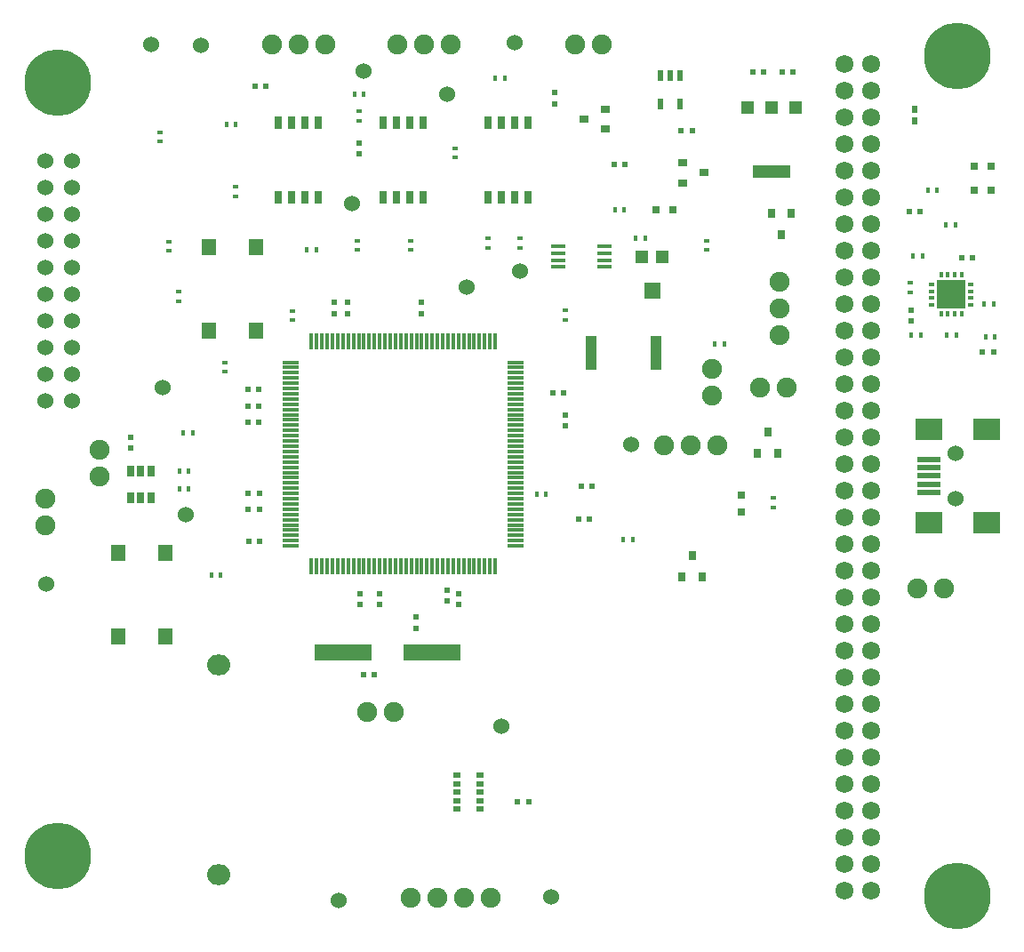
<source format=gbr>
G04 #@! TF.FileFunction,Soldermask,Top*
%FSLAX46Y46*%
G04 Gerber Fmt 4.6, Leading zero omitted, Abs format (unit mm)*
G04 Created by KiCad (PCBNEW 4.0.4-stable) date Sunday, July 30, 2017 'PMt' 05:50:18 PM*
%MOMM*%
%LPD*%
G01*
G04 APERTURE LIST*
%ADD10C,0.100000*%
%ADD11R,0.300000X1.550000*%
%ADD12R,1.550000X0.300000*%
%ADD13R,0.500000X0.600000*%
%ADD14R,0.600000X0.400000*%
%ADD15C,1.524000*%
%ADD16C,1.900000*%
%ADD17R,0.600000X1.050000*%
%ADD18C,6.350000*%
%ADD19R,1.200000X1.200000*%
%ADD20R,3.600000X1.200000*%
%ADD21R,0.800000X0.900000*%
%ADD22R,1.000000X3.200000*%
%ADD23R,1.450000X0.450000*%
%ADD24C,1.720000*%
%ADD25O,2.200000X1.950000*%
%ADD26R,0.800000X0.800000*%
%ADD27R,0.900000X0.800000*%
%ADD28R,1.400000X1.650000*%
%ADD29R,0.760000X1.200000*%
%ADD30R,0.800000X0.500000*%
%ADD31R,0.750000X1.000000*%
%ADD32R,5.500000X1.500000*%
%ADD33R,0.400000X0.600000*%
%ADD34R,0.600000X0.500000*%
%ADD35R,2.500000X2.000000*%
%ADD36R,2.300000X0.500000*%
%ADD37R,0.600000X0.800000*%
%ADD38R,1.600000X1.500000*%
%ADD39R,0.570000X0.320000*%
%ADD40R,0.320000X0.570000*%
%ADD41R,2.720000X2.720000*%
G04 APERTURE END LIST*
D10*
D11*
X129250000Y-73700000D03*
X129750000Y-73700000D03*
X130250000Y-73700000D03*
X130750000Y-73700000D03*
X131250000Y-73700000D03*
X131750000Y-73700000D03*
X132250000Y-73700000D03*
X132750000Y-73700000D03*
X133250000Y-73700000D03*
X133750000Y-73700000D03*
X134250000Y-73700000D03*
X134750000Y-73700000D03*
X135250000Y-73700000D03*
X135750000Y-73700000D03*
X136250000Y-73700000D03*
X136750000Y-73700000D03*
X137250000Y-73700000D03*
X137750000Y-73700000D03*
X138250000Y-73700000D03*
X138750000Y-73700000D03*
X139250000Y-73700000D03*
X139750000Y-73700000D03*
X140250000Y-73700000D03*
X140750000Y-73700000D03*
X141250000Y-73700000D03*
X141750000Y-73700000D03*
X142250000Y-73700000D03*
X142750000Y-73700000D03*
X143250000Y-73700000D03*
X143750000Y-73700000D03*
X144250000Y-73700000D03*
X144750000Y-73700000D03*
X145250000Y-73700000D03*
X145750000Y-73700000D03*
X146250000Y-73700000D03*
X146750000Y-73700000D03*
D12*
X148700000Y-71750000D03*
X148700000Y-71250000D03*
X148700000Y-70750000D03*
X148700000Y-70250000D03*
X148700000Y-69750000D03*
X148700000Y-69250000D03*
X148700000Y-68750000D03*
X148700000Y-68250000D03*
X148700000Y-67750000D03*
X148700000Y-67250000D03*
X148700000Y-66750000D03*
X148700000Y-66250000D03*
X148700000Y-65750000D03*
X148700000Y-65250000D03*
X148700000Y-64750000D03*
X148700000Y-64250000D03*
X148700000Y-63750000D03*
X148700000Y-63250000D03*
X148700000Y-62750000D03*
X148700000Y-62250000D03*
X148700000Y-61750000D03*
X148700000Y-61250000D03*
X148700000Y-60750000D03*
X148700000Y-60250000D03*
X148700000Y-59750000D03*
X148700000Y-59250000D03*
X148700000Y-58750000D03*
X148700000Y-58250000D03*
X148700000Y-57750000D03*
X148700000Y-57250000D03*
X148700000Y-56750000D03*
X148700000Y-56250000D03*
X148700000Y-55750000D03*
X148700000Y-55250000D03*
X148700000Y-54750000D03*
X148700000Y-54250000D03*
D11*
X146750000Y-52300000D03*
X146250000Y-52300000D03*
X145750000Y-52300000D03*
X145250000Y-52300000D03*
X144750000Y-52300000D03*
X144250000Y-52300000D03*
X143750000Y-52300000D03*
X143250000Y-52300000D03*
X142750000Y-52300000D03*
X142250000Y-52300000D03*
X141750000Y-52300000D03*
X141250000Y-52300000D03*
X140750000Y-52300000D03*
X140250000Y-52300000D03*
X139750000Y-52300000D03*
X139250000Y-52300000D03*
X138750000Y-52300000D03*
X138250000Y-52300000D03*
X137750000Y-52300000D03*
X137250000Y-52300000D03*
X136750000Y-52300000D03*
X136250000Y-52300000D03*
X135750000Y-52300000D03*
X135250000Y-52300000D03*
X134750000Y-52300000D03*
X134250000Y-52300000D03*
X133750000Y-52300000D03*
X133250000Y-52300000D03*
X132750000Y-52300000D03*
X132250000Y-52300000D03*
X131750000Y-52300000D03*
X131250000Y-52300000D03*
X130750000Y-52300000D03*
X130250000Y-52300000D03*
X129750000Y-52300000D03*
X129250000Y-52300000D03*
D12*
X127300000Y-54250000D03*
X127300000Y-54750000D03*
X127300000Y-55250000D03*
X127300000Y-55750000D03*
X127300000Y-56250000D03*
X127300000Y-56750000D03*
X127300000Y-57250000D03*
X127300000Y-57750000D03*
X127300000Y-58250000D03*
X127300000Y-58750000D03*
X127300000Y-59250000D03*
X127300000Y-59750000D03*
X127300000Y-60250000D03*
X127300000Y-60750000D03*
X127300000Y-61250000D03*
X127300000Y-61750000D03*
X127300000Y-62250000D03*
X127300000Y-62750000D03*
X127300000Y-63250000D03*
X127300000Y-63750000D03*
X127300000Y-64250000D03*
X127300000Y-64750000D03*
X127300000Y-65250000D03*
X127300000Y-65750000D03*
X127300000Y-66250000D03*
X127300000Y-66750000D03*
X127300000Y-67250000D03*
X127300000Y-67750000D03*
X127300000Y-68250000D03*
X127300000Y-68750000D03*
X127300000Y-69250000D03*
X127300000Y-69750000D03*
X127300000Y-70250000D03*
X127300000Y-70750000D03*
X127300000Y-71250000D03*
X127300000Y-71750000D03*
D13*
X152400000Y-28575000D03*
X152400000Y-29625000D03*
D14*
X114800000Y-33250000D03*
X114800000Y-32350000D03*
D15*
X144000000Y-47100000D03*
D16*
X154330000Y-24000000D03*
X156870000Y-24000000D03*
D17*
X164350000Y-26950000D03*
X163400000Y-26950000D03*
X162450000Y-26950000D03*
X164350000Y-29650000D03*
X162450000Y-29650000D03*
D18*
X105080000Y-27620000D03*
X190810000Y-25080000D03*
X105080000Y-101280000D03*
X190810000Y-105090000D03*
D19*
X173100000Y-29950000D03*
X175400000Y-29950000D03*
X170800000Y-29950000D03*
D20*
X173100000Y-36050000D03*
D16*
X173800000Y-51640000D03*
X173800000Y-49100000D03*
X173800000Y-46560000D03*
X167940000Y-62200000D03*
X165400000Y-62200000D03*
X162860000Y-62200000D03*
X171930000Y-56700000D03*
X174470000Y-56700000D03*
X167386000Y-57404000D03*
X167386000Y-54864000D03*
D21*
X172700000Y-60900000D03*
X171740000Y-62900000D03*
X173650000Y-62900000D03*
D22*
X162100000Y-53400000D03*
X155900000Y-53400000D03*
D23*
X157140000Y-44521000D03*
X157140000Y-45171000D03*
X157140000Y-43871000D03*
X157140000Y-43221000D03*
X152740000Y-45171000D03*
X152740000Y-44521000D03*
X152740000Y-43871000D03*
X152740000Y-43221000D03*
D24*
X179980000Y-25880000D03*
X179980000Y-28420000D03*
X179980000Y-30960000D03*
X179980000Y-33500000D03*
X179980000Y-36040000D03*
X179980000Y-38580000D03*
X179980000Y-41120000D03*
X179980000Y-43660000D03*
X179980000Y-46200000D03*
X179980000Y-48740000D03*
X179980000Y-51280000D03*
X179980000Y-53820000D03*
X179980000Y-56360000D03*
X179980000Y-58900000D03*
X179980000Y-61440000D03*
X179980000Y-63980000D03*
X179980000Y-66520000D03*
X179980000Y-69060000D03*
X179980000Y-71600000D03*
X179980000Y-74140000D03*
X179980000Y-76680000D03*
X179980000Y-79220000D03*
X179980000Y-81760000D03*
X179980000Y-84300000D03*
X179980000Y-86840000D03*
X179980000Y-89380000D03*
X179980000Y-91920000D03*
X179980000Y-94460000D03*
X179980000Y-97000000D03*
X179980000Y-99540000D03*
X179980000Y-102080000D03*
X179980000Y-104620000D03*
X182520000Y-25880000D03*
X182520000Y-28420000D03*
X182520000Y-30960000D03*
X182520000Y-33500000D03*
X182520000Y-36040000D03*
X182520000Y-38580000D03*
X182520000Y-41120000D03*
X182520000Y-43660000D03*
X182520000Y-46200000D03*
X182520000Y-48740000D03*
X182520000Y-51280000D03*
X182520000Y-53820000D03*
X182520000Y-56360000D03*
X182520000Y-58900000D03*
X182520000Y-61440000D03*
X182520000Y-63980000D03*
X182520000Y-66520000D03*
X182520000Y-69060000D03*
X182520000Y-71600000D03*
X182520000Y-74140000D03*
X182520000Y-76680000D03*
X182520000Y-79220000D03*
X182520000Y-81760000D03*
X182520000Y-84300000D03*
X182520000Y-86840000D03*
X182520000Y-89380000D03*
X182520000Y-91920000D03*
X182520000Y-94460000D03*
X182520000Y-97000000D03*
X182520000Y-99540000D03*
X182520000Y-102080000D03*
X182520000Y-104620000D03*
D25*
X120400000Y-103100000D03*
X120400000Y-83100000D03*
D26*
X162100000Y-39700000D03*
X163700000Y-39700000D03*
D16*
X134530000Y-87600000D03*
X137070000Y-87600000D03*
D27*
X155200000Y-31100000D03*
X157200000Y-32060000D03*
X157200000Y-30150000D03*
X166600000Y-36200000D03*
X164600000Y-35240000D03*
X164600000Y-37150000D03*
D21*
X174000000Y-42100000D03*
X174960000Y-40100000D03*
X173050000Y-40100000D03*
X165500000Y-72700000D03*
X164540000Y-74700000D03*
X166450000Y-74700000D03*
D28*
X110850000Y-80375000D03*
X115350000Y-80375000D03*
X115350000Y-72425000D03*
X110850000Y-72425000D03*
X123950000Y-43325000D03*
X119450000Y-43325000D03*
X119450000Y-51275000D03*
X123950000Y-51275000D03*
D29*
X127365000Y-38540000D03*
X128635000Y-38540000D03*
X129905000Y-38540000D03*
X126095000Y-38540000D03*
X126095000Y-31460000D03*
X127365000Y-31460000D03*
X128635000Y-31460000D03*
X129905000Y-31460000D03*
X137365000Y-38540000D03*
X138635000Y-38540000D03*
X139905000Y-38540000D03*
X136095000Y-38540000D03*
X136095000Y-31460000D03*
X137365000Y-31460000D03*
X138635000Y-31460000D03*
X139905000Y-31460000D03*
X147365000Y-38540000D03*
X148635000Y-38540000D03*
X149905000Y-38540000D03*
X146095000Y-38540000D03*
X146095000Y-31460000D03*
X147365000Y-31460000D03*
X148635000Y-31460000D03*
X149905000Y-31460000D03*
D30*
X145300000Y-95200000D03*
X143100000Y-95200000D03*
X145300000Y-96000000D03*
X145300000Y-96800000D03*
X145300000Y-94400000D03*
X145300000Y-93600000D03*
X143100000Y-94400000D03*
X143100000Y-93600000D03*
X143100000Y-96000000D03*
X143100000Y-96800000D03*
D31*
X113000000Y-67200000D03*
X112050000Y-67200000D03*
X113950000Y-67200000D03*
X113950000Y-64600000D03*
X113000000Y-64600000D03*
X112050000Y-64600000D03*
D15*
X114000000Y-24000000D03*
X142200000Y-28700000D03*
X134200000Y-26500000D03*
X149100000Y-45600000D03*
X148600000Y-23800000D03*
X159700000Y-62100000D03*
X147300000Y-88900000D03*
X152110000Y-105170000D03*
X131840000Y-105540000D03*
X115100000Y-56700000D03*
X117300000Y-68800000D03*
X104000000Y-75400000D03*
D32*
X132250000Y-81900000D03*
X140750000Y-81900000D03*
D33*
X160150000Y-42400000D03*
X161050000Y-42400000D03*
D14*
X153416000Y-50234000D03*
X153416000Y-49334000D03*
D33*
X167650000Y-52500000D03*
X168550000Y-52500000D03*
X158150000Y-39700000D03*
X159050000Y-39700000D03*
D14*
X166900000Y-43550000D03*
X166900000Y-42650000D03*
D33*
X159850000Y-71100000D03*
X158950000Y-71100000D03*
D14*
X173200000Y-68050000D03*
X173200000Y-67150000D03*
D33*
X128800000Y-43500000D03*
X129700000Y-43500000D03*
D14*
X122000000Y-37550000D03*
X122000000Y-38450000D03*
D33*
X122050000Y-31600000D03*
X121150000Y-31600000D03*
D14*
X138700000Y-42650000D03*
X138700000Y-43550000D03*
X133600000Y-43550000D03*
X133600000Y-42650000D03*
D33*
X133350000Y-28700000D03*
X134250000Y-28700000D03*
D14*
X133800000Y-31250000D03*
X133800000Y-30350000D03*
X149100000Y-43350000D03*
X149100000Y-42450000D03*
X146100000Y-43350000D03*
X146100000Y-42450000D03*
D33*
X146750000Y-27200000D03*
X147650000Y-27200000D03*
D14*
X142900000Y-33850000D03*
X142900000Y-34750000D03*
D33*
X117550000Y-64600000D03*
X116650000Y-64600000D03*
X116650000Y-66300000D03*
X117550000Y-66300000D03*
X151580000Y-66802000D03*
X150680000Y-66802000D03*
X117050000Y-60950000D03*
X117950000Y-60950000D03*
X119700000Y-74500000D03*
X120600000Y-74500000D03*
D14*
X121000000Y-55150000D03*
X121000000Y-54250000D03*
X116600000Y-47550000D03*
X116600000Y-48450000D03*
X115700000Y-42750000D03*
X115700000Y-43650000D03*
X127400000Y-49350000D03*
X127400000Y-50250000D03*
D34*
X124225000Y-58400000D03*
X123175000Y-58400000D03*
D13*
X112000000Y-62425000D03*
X112000000Y-61375000D03*
D34*
X148875000Y-96100000D03*
X149925000Y-96100000D03*
D13*
X139170000Y-79565000D03*
X139170000Y-78515000D03*
D34*
X134175000Y-84000000D03*
X135225000Y-84000000D03*
D13*
X133800000Y-34425000D03*
X133800000Y-33375000D03*
D34*
X124925000Y-28000000D03*
X123875000Y-28000000D03*
X164475000Y-32200000D03*
X165525000Y-32200000D03*
X124325000Y-71300000D03*
X123275000Y-71300000D03*
D13*
X135700000Y-76275000D03*
X135700000Y-77325000D03*
X143300000Y-76275000D03*
X143300000Y-77325000D03*
D34*
X154923000Y-66040000D03*
X155973000Y-66040000D03*
D13*
X153400000Y-60325000D03*
X153400000Y-59275000D03*
X139700000Y-49625000D03*
X139700000Y-48575000D03*
D34*
X124225000Y-56800000D03*
X123175000Y-56800000D03*
D13*
X132700000Y-49625000D03*
X132700000Y-48575000D03*
D34*
X154675000Y-69200000D03*
X155725000Y-69200000D03*
D13*
X133900000Y-77325000D03*
X133900000Y-76275000D03*
X142130000Y-75950000D03*
X142130000Y-77000000D03*
X131400000Y-49625000D03*
X131400000Y-48575000D03*
D34*
X153295000Y-57200000D03*
X152245000Y-57200000D03*
X124225000Y-60000000D03*
X123175000Y-60000000D03*
X124275000Y-66750000D03*
X123225000Y-66750000D03*
X124275000Y-68250000D03*
X123225000Y-68250000D03*
X158075000Y-35400000D03*
X159125000Y-35400000D03*
X171275000Y-26600000D03*
X172325000Y-26600000D03*
X175125000Y-26600000D03*
X174075000Y-26600000D03*
D15*
X118700000Y-24100000D03*
X103900000Y-35100000D03*
X106440000Y-35100000D03*
X103900000Y-37640000D03*
X106440000Y-37640000D03*
X103900000Y-40180000D03*
X106440000Y-40180000D03*
X103900000Y-42720000D03*
X106440000Y-42720000D03*
X103900000Y-45260000D03*
X106440000Y-45260000D03*
X103900000Y-47800000D03*
X106440000Y-47800000D03*
X103900000Y-50340000D03*
X106440000Y-50340000D03*
X103900000Y-52880000D03*
X106440000Y-52880000D03*
X103900000Y-55420000D03*
X106440000Y-55420000D03*
X103900000Y-57960000D03*
X106440000Y-57960000D03*
X133100000Y-39100000D03*
D16*
X143770000Y-105300000D03*
X141230000Y-105300000D03*
X138690000Y-105300000D03*
X146310000Y-105300000D03*
X125460000Y-24000000D03*
X128000000Y-24000000D03*
X130540000Y-24000000D03*
X142540000Y-24000000D03*
X140000000Y-24000000D03*
X137460000Y-24000000D03*
D15*
X190600000Y-62885000D03*
X190600000Y-67285000D03*
D35*
X193550000Y-69535000D03*
X193550000Y-60635000D03*
X188050000Y-69535000D03*
X188050000Y-60635000D03*
D36*
X188050000Y-65085000D03*
X188050000Y-65885000D03*
X188050000Y-66685000D03*
X188050000Y-64285000D03*
X188050000Y-63485000D03*
D26*
X170200000Y-66900000D03*
X170200000Y-68500000D03*
D16*
X109100000Y-62560000D03*
X109100000Y-65100000D03*
D37*
X186690000Y-31284000D03*
X186690000Y-30184000D03*
D19*
X162700000Y-44200000D03*
X160700000Y-44200000D03*
D38*
X161700000Y-47450000D03*
D16*
X103900000Y-69770000D03*
X103900000Y-67230000D03*
D34*
X194225000Y-53300000D03*
X193175000Y-53300000D03*
D13*
X186400000Y-50325000D03*
X186400000Y-49275000D03*
D34*
X187225000Y-39900000D03*
X186175000Y-39900000D03*
X192225000Y-44300000D03*
X191175000Y-44300000D03*
D26*
X192400000Y-37900000D03*
X194000000Y-37900000D03*
X194000000Y-35600000D03*
X192400000Y-35600000D03*
D16*
X189470000Y-75800000D03*
X186930000Y-75800000D03*
D33*
X193450000Y-51800000D03*
X194350000Y-51800000D03*
X187300000Y-51700000D03*
X186400000Y-51700000D03*
X186550000Y-44100000D03*
X187450000Y-44100000D03*
D14*
X186300000Y-46700000D03*
X186300000Y-47600000D03*
D33*
X189700000Y-41200000D03*
X190600000Y-41200000D03*
X190650000Y-51700000D03*
X189750000Y-51700000D03*
X187950000Y-37900000D03*
X188850000Y-37900000D03*
X193350000Y-48700000D03*
X194250000Y-48700000D03*
D39*
X188325000Y-46825000D03*
X188325000Y-47475000D03*
X188325000Y-48125000D03*
X188325000Y-48775000D03*
D40*
X189225000Y-49675000D03*
X189875000Y-49675000D03*
X190525000Y-49675000D03*
X191175000Y-49675000D03*
D39*
X192075000Y-48775000D03*
X192075000Y-48125000D03*
X192075000Y-47475000D03*
X192075000Y-46825000D03*
D40*
X191175000Y-45925000D03*
X190525000Y-45925000D03*
X189875000Y-45925000D03*
X189225000Y-45925000D03*
D41*
X190200000Y-47800000D03*
M02*

</source>
